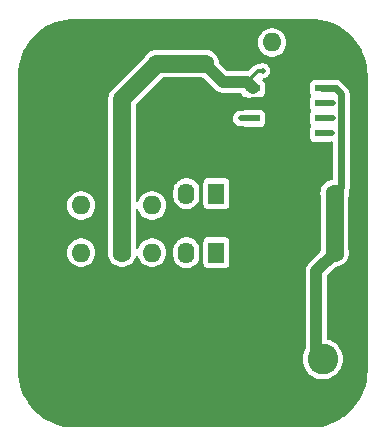
<source format=gbl>
G04 Layer: BottomLayer*
G04 EasyEDA Pro v2.2.27.1, 2024-09-15 10:59:50*
G04 Gerber Generator version 0.3*
G04 Scale: 100 percent, Rotated: No, Reflected: No*
G04 Dimensions in millimeters*
G04 Leading zeros omitted, absolute positions, 3 integers and 5 decimals*
%TF.GenerationSoftware,KiCad,Pcbnew,8.0.5*%
%TF.CreationDate,2024-10-25T22:44:06+08:00*%
%TF.ProjectId,TP4056_Lithium_battery_charging,54503430-3536-45f4-9c69-746869756d5f,rev?*%
%TF.SameCoordinates,Original*%
%TF.FileFunction,Copper,L2,Bot*%
%TF.FilePolarity,Positive*%
%FSLAX46Y46*%
G04 Gerber Fmt 4.6, Leading zero omitted, Abs format (unit mm)*
G04 Created by KiCad (PCBNEW 8.0.5) date 2024-10-25 22:44:06*
%MOMM*%
%LPD*%
G01*
G04 APERTURE LIST*
G04 Aperture macros list*
%AMRoundRect*
0 Rectangle with rounded corners*
0 $1 Rounding radius*
0 $2 $3 $4 $5 $6 $7 $8 $9 X,Y pos of 4 corners*
0 Add a 4 corners polygon primitive as box body*
4,1,4,$2,$3,$4,$5,$6,$7,$8,$9,$2,$3,0*
0 Add four circle primitives for the rounded corners*
1,1,$1+$1,$2,$3*
1,1,$1+$1,$4,$5*
1,1,$1+$1,$6,$7*
1,1,$1+$1,$8,$9*
0 Add four rect primitives between the rounded corners*
20,1,$1+$1,$2,$3,$4,$5,0*
20,1,$1+$1,$4,$5,$6,$7,0*
20,1,$1+$1,$6,$7,$8,$9,0*
20,1,$1+$1,$8,$9,$2,$3,0*%
G04 Aperture macros list end*
%TA.AperFunction,SMDPad,CuDef*%
%ADD10RoundRect,0.250000X0.250000X0.475000X-0.250000X0.475000X-0.250000X-0.475000X0.250000X-0.475000X0*%
%TD*%
%TA.AperFunction,SMDPad,CuDef*%
%ADD11RoundRect,0.250000X-0.475000X0.250000X-0.475000X-0.250000X0.475000X-0.250000X0.475000X0.250000X0*%
%TD*%
%TA.AperFunction,ComponentPad*%
%ADD12O,1.700000X1.100000*%
%TD*%
%TA.AperFunction,SMDPad,CuDef*%
%ADD13R,2.400000X3.300000*%
%TD*%
%TA.AperFunction,SMDPad,CuDef*%
%ADD14R,1.200000X0.600000*%
%TD*%
%TA.AperFunction,ComponentPad*%
%ADD15C,1.600000*%
%TD*%
%TA.AperFunction,ComponentPad*%
%ADD16O,1.600000X1.600000*%
%TD*%
%TA.AperFunction,ComponentPad*%
%ADD17R,2.600000X2.600000*%
%TD*%
%TA.AperFunction,ComponentPad*%
%ADD18C,2.600000*%
%TD*%
%TA.AperFunction,ComponentPad*%
%ADD19R,1.400000X1.800000*%
%TD*%
%TA.AperFunction,ComponentPad*%
%ADD20O,1.400000X1.800000*%
%TD*%
%TA.AperFunction,ComponentPad*%
%ADD21C,6.000000*%
%TD*%
%TA.AperFunction,ViaPad*%
%ADD22C,0.500000*%
%TD*%
%TA.AperFunction,Conductor*%
%ADD23C,0.300000*%
%TD*%
%TA.AperFunction,Conductor*%
%ADD24C,1.500000*%
%TD*%
%TA.AperFunction,Conductor*%
%ADD25C,0.500000*%
%TD*%
%TA.AperFunction,Conductor*%
%ADD26C,1.000000*%
%TD*%
%TA.AperFunction,Conductor*%
%ADD27C,2.000000*%
%TD*%
%TA.AperFunction,Conductor*%
%ADD28C,0.600000*%
%TD*%
G04 APERTURE END LIST*
D10*
%TO.P,C3,1*%
%TO.N,BAT*%
X125450000Y-122000000D03*
%TO.P,C3,2*%
%TO.N,GND*%
X123550000Y-122000000D03*
%TD*%
D11*
%TO.P,C6,1*%
%TO.N,VCC*%
X118000000Y-105550000D03*
%TO.P,C6,2*%
%TO.N,GND*%
X118000000Y-107450000D03*
%TD*%
D12*
%TO.P,USB1,S1,SHIELD*%
%TO.N,GND*%
X103200000Y-110320000D03*
X107000000Y-110320000D03*
X103200000Y-101680000D03*
X107000000Y-101680000D03*
%TD*%
D13*
%TO.P,U1,9,EP*%
%TO.N,GND*%
X123000000Y-108000000D03*
D14*
%TO.P,U1,8,CE*%
%TO.N,VCC*%
X125908500Y-109905000D03*
%TO.P,U1,7,CHRG#*%
%TO.N,Net-(LED1-K)*%
X125908500Y-108635000D03*
%TO.P,U1,6,STDBY#*%
%TO.N,Net-(LED2-K)*%
X125908500Y-107365000D03*
%TO.P,U1,5,BAT*%
%TO.N,BAT*%
X125908500Y-106095000D03*
%TO.P,U1,4,VCC*%
%TO.N,VCC*%
X120091500Y-106095000D03*
%TO.P,U1,3,GND*%
%TO.N,GND*%
X120091500Y-107365000D03*
%TO.P,U1,2,PROG*%
%TO.N,Net-(U1-PROG)*%
X120091500Y-108635000D03*
%TO.P,U1,1,TEMP*%
%TO.N,GND*%
X120091500Y-109905000D03*
%TD*%
D15*
%TO.P,R5,1*%
%TO.N,VCC*%
X109000000Y-116000000D03*
D16*
%TO.P,R5,2*%
%TO.N,Net-(LED2-A)*%
X111540000Y-116000000D03*
%TD*%
%TO.P,R4,2*%
%TO.N,Net-(USB1-CC1)*%
X105540000Y-120000000D03*
D15*
%TO.P,R4,1*%
%TO.N,GND*%
X103000000Y-120000000D03*
%TD*%
%TO.P,R3,1*%
%TO.N,GND*%
X103000000Y-116000000D03*
D16*
%TO.P,R3,2*%
%TO.N,Net-(USB1-CC2)*%
X105540000Y-116000000D03*
%TD*%
D15*
%TO.P,R2,1*%
%TO.N,VCC*%
X109000000Y-120000000D03*
D16*
%TO.P,R2,2*%
%TO.N,Net-(LED1-A)*%
X111540000Y-120000000D03*
%TD*%
D15*
%TO.P,R1,1*%
%TO.N,GND*%
X124245000Y-102200000D03*
D16*
%TO.P,R1,2*%
%TO.N,Net-(U1-PROG)*%
X121705000Y-102200000D03*
%TD*%
D17*
%TO.P,P1,1*%
%TO.N,GND*%
X121000000Y-129000000D03*
D18*
%TO.P,P1,2*%
%TO.N,BAT*%
X126000000Y-129000000D03*
%TD*%
D19*
%TO.P,LED2,1,K*%
%TO.N,Net-(LED2-K)*%
X117000000Y-115000000D03*
D20*
%TO.P,LED2,2,A*%
%TO.N,Net-(LED2-A)*%
X114460000Y-115000000D03*
%TD*%
D19*
%TO.P,LED1,1,K*%
%TO.N,Net-(LED1-K)*%
X117000000Y-120000000D03*
D20*
%TO.P,LED1,2,A*%
%TO.N,Net-(LED1-A)*%
X114460000Y-120000000D03*
%TD*%
D21*
%TO.P,H1,1,1*%
%TO.N,GND*%
X105000000Y-130000000D03*
%TD*%
D15*
%TO.P,C5,2*%
%TO.N,GND*%
X116000000Y-109000000D03*
%TO.P,C5,1*%
%TO.N,VCC*%
X116000000Y-104000000D03*
%TD*%
%TO.P,C4,2*%
%TO.N,GND*%
X112000000Y-109000000D03*
%TO.P,C4,1*%
%TO.N,VCC*%
X112000000Y-104000000D03*
%TD*%
%TO.P,C2,1*%
%TO.N,BAT*%
X127000000Y-120000000D03*
%TO.P,C2,2*%
%TO.N,GND*%
X122000000Y-120000000D03*
%TD*%
%TO.P,C1,1*%
%TO.N,BAT*%
X127000000Y-115000000D03*
%TO.P,C1,2*%
%TO.N,GND*%
X122000000Y-115000000D03*
%TD*%
D22*
%TO.N,VCC*%
X120900000Y-104600000D03*
%TO.N,Net-(U1-PROG)*%
X119035000Y-108635000D03*
%TO.N,VCC*%
X126800000Y-109900000D03*
%TO.N,Net-(LED1-K)*%
X126865000Y-108635000D03*
%TO.N,Net-(LED2-K)*%
X126900000Y-107365000D03*
%TD*%
D23*
%TO.N,VCC*%
X120496500Y-104600000D02*
X119546500Y-105550000D01*
X120900000Y-104600000D02*
X120496500Y-104600000D01*
D24*
X112000000Y-104000000D02*
X109000000Y-107000000D01*
X109000000Y-107000000D02*
X109000000Y-116000000D01*
%TO.N,GND*%
X103000000Y-128000000D02*
X105000000Y-130000000D01*
X103000000Y-120000000D02*
X103000000Y-128000000D01*
X103000000Y-110520000D02*
X103200000Y-110320000D01*
X103000000Y-116000000D02*
X103000000Y-110520000D01*
%TO.N,VCC*%
X109000000Y-120000000D02*
X109000000Y-116000000D01*
%TO.N,GND*%
X103000000Y-120000000D02*
X103000000Y-116000000D01*
D25*
%TO.N,Net-(U1-PROG)*%
X120091500Y-108635000D02*
X119035000Y-108635000D01*
%TO.N,VCC*%
X126800000Y-109900000D02*
X126795000Y-109905000D01*
X125908500Y-109905000D02*
X126800000Y-109900000D01*
D26*
%TO.N,BAT*%
X125450000Y-128450000D02*
X126000000Y-129000000D01*
X125450000Y-122000000D02*
X125450000Y-128450000D01*
%TO.N,GND*%
X123550000Y-126450000D02*
X121000000Y-129000000D01*
X123550000Y-122000000D02*
X123550000Y-126450000D01*
D27*
X123000000Y-114000000D02*
X122000000Y-115000000D01*
X123000000Y-108000000D02*
X123000000Y-114000000D01*
D24*
X122000000Y-120000000D02*
X122000000Y-115000000D01*
D26*
X123550000Y-121550000D02*
X122000000Y-120000000D01*
X123550000Y-122000000D02*
X123550000Y-121550000D01*
%TO.N,BAT*%
X125450000Y-121550000D02*
X127000000Y-120000000D01*
X125450000Y-122000000D02*
X125450000Y-121550000D01*
D24*
X127000000Y-115000000D02*
X127000000Y-120000000D01*
D28*
X127580000Y-114420000D02*
X127000000Y-115000000D01*
X127580000Y-106566500D02*
X127580000Y-114420000D01*
X127108500Y-106095000D02*
X127580000Y-106566500D01*
X125908500Y-106095000D02*
X127108500Y-106095000D01*
D25*
%TO.N,Net-(LED1-K)*%
X125908500Y-108635000D02*
X126865000Y-108635000D01*
%TO.N,Net-(LED2-K)*%
X125908500Y-107365000D02*
X126900000Y-107365000D01*
D26*
%TO.N,GND*%
X121095000Y-109905000D02*
X123000000Y-108000000D01*
X120091500Y-109905000D02*
X121095000Y-109905000D01*
X123000000Y-103445000D02*
X124245000Y-102200000D01*
X123000000Y-108000000D02*
X123000000Y-103445000D01*
X120091500Y-107365000D02*
X122365000Y-107365000D01*
X122365000Y-107365000D02*
X123000000Y-108000000D01*
X120006500Y-107450000D02*
X120091500Y-107365000D01*
X118000000Y-107450000D02*
X120006500Y-107450000D01*
%TO.N,VCC*%
X119546500Y-105550000D02*
X120091500Y-106095000D01*
X118000000Y-105550000D02*
X119546500Y-105550000D01*
X117550000Y-105550000D02*
X116000000Y-104000000D01*
X118000000Y-105550000D02*
X117550000Y-105550000D01*
%TO.N,GND*%
X117550000Y-107450000D02*
X116000000Y-109000000D01*
X118000000Y-107450000D02*
X117550000Y-107450000D01*
D24*
X112000000Y-109000000D02*
X116000000Y-109000000D01*
%TO.N,VCC*%
X112000000Y-104000000D02*
X116000000Y-104000000D01*
%TD*%
%TA.AperFunction,Conductor*%
%TO.N,GND*%
G36*
X125002702Y-100200617D02*
G01*
X125412917Y-100218528D01*
X125423654Y-100219468D01*
X125828057Y-100272708D01*
X125838695Y-100274583D01*
X126236925Y-100362869D01*
X126247365Y-100365667D01*
X126636363Y-100488317D01*
X126646524Y-100492015D01*
X127023363Y-100648108D01*
X127033155Y-100652674D01*
X127394965Y-100841020D01*
X127404305Y-100846413D01*
X127689636Y-101028189D01*
X127748309Y-101065568D01*
X127757170Y-101071772D01*
X128080766Y-101320076D01*
X128089053Y-101327030D01*
X128389767Y-101602583D01*
X128397416Y-101610232D01*
X128672969Y-101910946D01*
X128679923Y-101919233D01*
X128928227Y-102242829D01*
X128934431Y-102251690D01*
X129153578Y-102595680D01*
X129158983Y-102605042D01*
X129281881Y-102841126D01*
X129347322Y-102966838D01*
X129351894Y-102976642D01*
X129507983Y-103353473D01*
X129511683Y-103363639D01*
X129634331Y-103752630D01*
X129637131Y-103763078D01*
X129725414Y-104161296D01*
X129727292Y-104171950D01*
X129780529Y-104576326D01*
X129781472Y-104587102D01*
X129799382Y-104997297D01*
X129799500Y-105002706D01*
X129799500Y-129997293D01*
X129799382Y-130002702D01*
X129781472Y-130412897D01*
X129780529Y-130423673D01*
X129727292Y-130828049D01*
X129725414Y-130838703D01*
X129637131Y-131236921D01*
X129634331Y-131247369D01*
X129511683Y-131636360D01*
X129507983Y-131646526D01*
X129351894Y-132023357D01*
X129347322Y-132033161D01*
X129158987Y-132394951D01*
X129153578Y-132404319D01*
X128934431Y-132748309D01*
X128928227Y-132757170D01*
X128679923Y-133080766D01*
X128672969Y-133089053D01*
X128397416Y-133389767D01*
X128389767Y-133397416D01*
X128089053Y-133672969D01*
X128080766Y-133679923D01*
X127757170Y-133928227D01*
X127748309Y-133934431D01*
X127404319Y-134153578D01*
X127394951Y-134158987D01*
X127033161Y-134347322D01*
X127023357Y-134351894D01*
X126646526Y-134507983D01*
X126636360Y-134511683D01*
X126247369Y-134634331D01*
X126236921Y-134637131D01*
X125838703Y-134725414D01*
X125828049Y-134727292D01*
X125423673Y-134780529D01*
X125412897Y-134781472D01*
X125002703Y-134799382D01*
X124997294Y-134799500D01*
X105002706Y-134799500D01*
X104997297Y-134799382D01*
X104587102Y-134781472D01*
X104576326Y-134780529D01*
X104171950Y-134727292D01*
X104161296Y-134725414D01*
X103763078Y-134637131D01*
X103752630Y-134634331D01*
X103363639Y-134511683D01*
X103353473Y-134507983D01*
X102976642Y-134351894D01*
X102966838Y-134347322D01*
X102847126Y-134285004D01*
X102605042Y-134158983D01*
X102595686Y-134153582D01*
X102423685Y-134044004D01*
X102251690Y-133934431D01*
X102242829Y-133928227D01*
X101919233Y-133679923D01*
X101910946Y-133672969D01*
X101610232Y-133397416D01*
X101602583Y-133389767D01*
X101327030Y-133089053D01*
X101320076Y-133080766D01*
X101071772Y-132757170D01*
X101065568Y-132748309D01*
X101012070Y-132664334D01*
X100846413Y-132404305D01*
X100841020Y-132394965D01*
X100652674Y-132033155D01*
X100648105Y-132023357D01*
X100492016Y-131646526D01*
X100488316Y-131636360D01*
X100365668Y-131247369D01*
X100362868Y-131236921D01*
X100274585Y-130838703D01*
X100272707Y-130828049D01*
X100250914Y-130662511D01*
X100219468Y-130423654D01*
X100218528Y-130412917D01*
X100200618Y-130002702D01*
X100200500Y-129997293D01*
X100200500Y-128999995D01*
X124294732Y-128999995D01*
X124294732Y-129000004D01*
X124313777Y-129254154D01*
X124313778Y-129254157D01*
X124370492Y-129502637D01*
X124463607Y-129739888D01*
X124591041Y-129960612D01*
X124749950Y-130159877D01*
X124936783Y-130333232D01*
X125147366Y-130476805D01*
X125147371Y-130476807D01*
X125147372Y-130476808D01*
X125147373Y-130476809D01*
X125269328Y-130535538D01*
X125376992Y-130587387D01*
X125376993Y-130587387D01*
X125376996Y-130587389D01*
X125620542Y-130662513D01*
X125872565Y-130700500D01*
X126127435Y-130700500D01*
X126379458Y-130662513D01*
X126623004Y-130587389D01*
X126852634Y-130476805D01*
X127063217Y-130333232D01*
X127250050Y-130159877D01*
X127408959Y-129960612D01*
X127536393Y-129739888D01*
X127629508Y-129502637D01*
X127686222Y-129254157D01*
X127705268Y-129000000D01*
X127686222Y-128745843D01*
X127629508Y-128497363D01*
X127536393Y-128260112D01*
X127408959Y-128039388D01*
X127250050Y-127840123D01*
X127063217Y-127666768D01*
X126852634Y-127523195D01*
X126852630Y-127523193D01*
X126852627Y-127523191D01*
X126852626Y-127523190D01*
X126623006Y-127412612D01*
X126623008Y-127412612D01*
X126437950Y-127355529D01*
X126379691Y-127316958D01*
X126351533Y-127253014D01*
X126350500Y-127237038D01*
X126350500Y-121974362D01*
X126370185Y-121907323D01*
X126386819Y-121886681D01*
X127037437Y-121236062D01*
X127098758Y-121202579D01*
X127106582Y-121201370D01*
X127111236Y-121200500D01*
X127111243Y-121200500D01*
X127329940Y-121159618D01*
X127537401Y-121079247D01*
X127726562Y-120962124D01*
X127890981Y-120812236D01*
X128025058Y-120634689D01*
X128124229Y-120435528D01*
X128185115Y-120221536D01*
X128205643Y-120000000D01*
X128185115Y-119778464D01*
X128155234Y-119673442D01*
X128150500Y-119639508D01*
X128150500Y-115360490D01*
X128155234Y-115326555D01*
X128166600Y-115286611D01*
X128185115Y-115221536D01*
X128205643Y-115000000D01*
X128188758Y-114817781D01*
X128200404Y-114758252D01*
X128198444Y-114757440D01*
X128253578Y-114624332D01*
X128253580Y-114624328D01*
X128262389Y-114580040D01*
X128280500Y-114488996D01*
X128280500Y-106497506D01*
X128270572Y-106447599D01*
X128270572Y-106447598D01*
X128253580Y-106362172D01*
X128207324Y-106250499D01*
X128200777Y-106234692D01*
X128124112Y-106119954D01*
X127555045Y-105550887D01*
X127440307Y-105474222D01*
X127312832Y-105421421D01*
X127312822Y-105421418D01*
X127177496Y-105394500D01*
X127177494Y-105394500D01*
X127177493Y-105394500D01*
X125839507Y-105394500D01*
X125839504Y-105394500D01*
X125276982Y-105394500D01*
X125196019Y-105407323D01*
X125183196Y-105409354D01*
X125070158Y-105466950D01*
X125070157Y-105466951D01*
X125070152Y-105466954D01*
X124980454Y-105556652D01*
X124980451Y-105556657D01*
X124922852Y-105669698D01*
X124908000Y-105763475D01*
X124908000Y-106426517D01*
X124918792Y-106494657D01*
X124922854Y-106520304D01*
X124980450Y-106633342D01*
X124980452Y-106633344D01*
X124980454Y-106633347D01*
X124989426Y-106642319D01*
X125022911Y-106703642D01*
X125017927Y-106773334D01*
X124989426Y-106817681D01*
X124980454Y-106826652D01*
X124980451Y-106826657D01*
X124922852Y-106939698D01*
X124908000Y-107033475D01*
X124908000Y-107696517D01*
X124918792Y-107764657D01*
X124922854Y-107790304D01*
X124980450Y-107903342D01*
X124980452Y-107903344D01*
X124980454Y-107903347D01*
X124989426Y-107912319D01*
X125022911Y-107973642D01*
X125017927Y-108043334D01*
X124989426Y-108087681D01*
X124980454Y-108096652D01*
X124980451Y-108096657D01*
X124980450Y-108096658D01*
X124963602Y-108129724D01*
X124922852Y-108209698D01*
X124908000Y-108303475D01*
X124908000Y-108966517D01*
X124918792Y-109034657D01*
X124922854Y-109060304D01*
X124980450Y-109173342D01*
X124980452Y-109173344D01*
X124980454Y-109173347D01*
X124989426Y-109182319D01*
X125022911Y-109243642D01*
X125017927Y-109313334D01*
X124989426Y-109357681D01*
X124980454Y-109366652D01*
X124980451Y-109366657D01*
X124922852Y-109479698D01*
X124908000Y-109573475D01*
X124908000Y-110236517D01*
X124918792Y-110304657D01*
X124922854Y-110330304D01*
X124980450Y-110443342D01*
X124980452Y-110443344D01*
X124980454Y-110443347D01*
X125070152Y-110533045D01*
X125070154Y-110533046D01*
X125070158Y-110533050D01*
X125183194Y-110590645D01*
X125183198Y-110590647D01*
X125276975Y-110605499D01*
X125276981Y-110605500D01*
X126540018Y-110605499D01*
X126633804Y-110590646D01*
X126676258Y-110569013D01*
X126732553Y-110555499D01*
X126755500Y-110555499D01*
X126822539Y-110575184D01*
X126868294Y-110627988D01*
X126879500Y-110679499D01*
X126879500Y-113698261D01*
X126859815Y-113765300D01*
X126807011Y-113811055D01*
X126778287Y-113820149D01*
X126670068Y-113840380D01*
X126670064Y-113840381D01*
X126670062Y-113840381D01*
X126670060Y-113840382D01*
X126522899Y-113897392D01*
X126462601Y-113920752D01*
X126462595Y-113920754D01*
X126273439Y-114037874D01*
X126273437Y-114037876D01*
X126109020Y-114187761D01*
X125974943Y-114365308D01*
X125974938Y-114365316D01*
X125875775Y-114564461D01*
X125875769Y-114564476D01*
X125814885Y-114778462D01*
X125814884Y-114778464D01*
X125794357Y-114999999D01*
X125794357Y-115000000D01*
X125814884Y-115221535D01*
X125844766Y-115326555D01*
X125849500Y-115360490D01*
X125849500Y-119639508D01*
X125844766Y-119673442D01*
X125814885Y-119778461D01*
X125814885Y-119778464D01*
X125805417Y-119880632D01*
X125779630Y-119945569D01*
X125769627Y-119956871D01*
X124750537Y-120975961D01*
X124711064Y-121035039D01*
X124711063Y-121035040D01*
X124651985Y-121123455D01*
X124620073Y-121200500D01*
X124584105Y-121287333D01*
X124584103Y-121287341D01*
X124568768Y-121364435D01*
X124566228Y-121374836D01*
X124552403Y-121422424D01*
X124552401Y-121422436D01*
X124549500Y-121459298D01*
X124549500Y-128078113D01*
X124532888Y-128140112D01*
X124463606Y-128260114D01*
X124370492Y-128497362D01*
X124370490Y-128497369D01*
X124313777Y-128745845D01*
X124294732Y-128999995D01*
X100200500Y-128999995D01*
X100200500Y-119999999D01*
X104334357Y-119999999D01*
X104334357Y-120000000D01*
X104354884Y-120221535D01*
X104354885Y-120221537D01*
X104415769Y-120435523D01*
X104415775Y-120435538D01*
X104514938Y-120634683D01*
X104514943Y-120634691D01*
X104649020Y-120812238D01*
X104813437Y-120962123D01*
X104813439Y-120962125D01*
X105002595Y-121079245D01*
X105002596Y-121079245D01*
X105002599Y-121079247D01*
X105210060Y-121159618D01*
X105428757Y-121200500D01*
X105428759Y-121200500D01*
X105651241Y-121200500D01*
X105651243Y-121200500D01*
X105869940Y-121159618D01*
X106077401Y-121079247D01*
X106266562Y-120962124D01*
X106430981Y-120812236D01*
X106565058Y-120634689D01*
X106664229Y-120435528D01*
X106725115Y-120221536D01*
X106745643Y-120000000D01*
X106725115Y-119778464D01*
X106664229Y-119564472D01*
X106653190Y-119542302D01*
X106565061Y-119365316D01*
X106565056Y-119365308D01*
X106430979Y-119187761D01*
X106266562Y-119037876D01*
X106266560Y-119037874D01*
X106077404Y-118920754D01*
X106077398Y-118920752D01*
X105869940Y-118840382D01*
X105651243Y-118799500D01*
X105428757Y-118799500D01*
X105210060Y-118840382D01*
X105078864Y-118891207D01*
X105002601Y-118920752D01*
X105002595Y-118920754D01*
X104813439Y-119037874D01*
X104813437Y-119037876D01*
X104649020Y-119187761D01*
X104514943Y-119365308D01*
X104514938Y-119365316D01*
X104415775Y-119564461D01*
X104415769Y-119564476D01*
X104354885Y-119778462D01*
X104354884Y-119778464D01*
X104334357Y-119999999D01*
X100200500Y-119999999D01*
X100200500Y-115999999D01*
X104334357Y-115999999D01*
X104334357Y-116000000D01*
X104354884Y-116221535D01*
X104354885Y-116221537D01*
X104415769Y-116435523D01*
X104415775Y-116435538D01*
X104514938Y-116634683D01*
X104514943Y-116634691D01*
X104649020Y-116812238D01*
X104813437Y-116962123D01*
X104813439Y-116962125D01*
X105002595Y-117079245D01*
X105002596Y-117079245D01*
X105002599Y-117079247D01*
X105210060Y-117159618D01*
X105428757Y-117200500D01*
X105428759Y-117200500D01*
X105651241Y-117200500D01*
X105651243Y-117200500D01*
X105869940Y-117159618D01*
X106077401Y-117079247D01*
X106266562Y-116962124D01*
X106430981Y-116812236D01*
X106565058Y-116634689D01*
X106664229Y-116435528D01*
X106725115Y-116221536D01*
X106745643Y-116000000D01*
X106745643Y-115999999D01*
X107794357Y-115999999D01*
X107794357Y-116000000D01*
X107814884Y-116221535D01*
X107844766Y-116326555D01*
X107849500Y-116360490D01*
X107849500Y-119639508D01*
X107844766Y-119673442D01*
X107814885Y-119778462D01*
X107794357Y-119999999D01*
X107794357Y-120000000D01*
X107814884Y-120221535D01*
X107814885Y-120221537D01*
X107875769Y-120435523D01*
X107875775Y-120435538D01*
X107974938Y-120634683D01*
X107974943Y-120634691D01*
X108109020Y-120812238D01*
X108273437Y-120962123D01*
X108273439Y-120962125D01*
X108462595Y-121079245D01*
X108462596Y-121079245D01*
X108462599Y-121079247D01*
X108670060Y-121159618D01*
X108888757Y-121200500D01*
X108888759Y-121200500D01*
X109111241Y-121200500D01*
X109111243Y-121200500D01*
X109329940Y-121159618D01*
X109537401Y-121079247D01*
X109726562Y-120962124D01*
X109890981Y-120812236D01*
X110025058Y-120634689D01*
X110124229Y-120435528D01*
X110150734Y-120342371D01*
X110188013Y-120283278D01*
X110251323Y-120253721D01*
X110320562Y-120263083D01*
X110373749Y-120308393D01*
X110389266Y-120342372D01*
X110415769Y-120435523D01*
X110415775Y-120435538D01*
X110514938Y-120634683D01*
X110514943Y-120634691D01*
X110649020Y-120812238D01*
X110813437Y-120962123D01*
X110813439Y-120962125D01*
X111002595Y-121079245D01*
X111002596Y-121079245D01*
X111002599Y-121079247D01*
X111210060Y-121159618D01*
X111428757Y-121200500D01*
X111428759Y-121200500D01*
X111651241Y-121200500D01*
X111651243Y-121200500D01*
X111869940Y-121159618D01*
X112077401Y-121079247D01*
X112266562Y-120962124D01*
X112430981Y-120812236D01*
X112565058Y-120634689D01*
X112664229Y-120435528D01*
X112725115Y-120221536D01*
X112745643Y-120000000D01*
X112725115Y-119778464D01*
X112706600Y-119713389D01*
X113359500Y-119713389D01*
X113359500Y-120286610D01*
X113383087Y-120435538D01*
X113386598Y-120457701D01*
X113440127Y-120622445D01*
X113518768Y-120776788D01*
X113620586Y-120916928D01*
X113743072Y-121039414D01*
X113883212Y-121141232D01*
X114037555Y-121219873D01*
X114202299Y-121273402D01*
X114373389Y-121300500D01*
X114373390Y-121300500D01*
X114546610Y-121300500D01*
X114546611Y-121300500D01*
X114717701Y-121273402D01*
X114882445Y-121219873D01*
X115036788Y-121141232D01*
X115176928Y-121039414D01*
X115299414Y-120916928D01*
X115401232Y-120776788D01*
X115479873Y-120622445D01*
X115533402Y-120457701D01*
X115560500Y-120286611D01*
X115560500Y-119713389D01*
X115533402Y-119542299D01*
X115479873Y-119377555D01*
X115401232Y-119223212D01*
X115299414Y-119083072D01*
X115284817Y-119068475D01*
X115899500Y-119068475D01*
X115899500Y-120931517D01*
X115904348Y-120962124D01*
X115914354Y-121025304D01*
X115971950Y-121138342D01*
X115971952Y-121138344D01*
X115971954Y-121138347D01*
X116061652Y-121228045D01*
X116061654Y-121228046D01*
X116061658Y-121228050D01*
X116174694Y-121285645D01*
X116174698Y-121285647D01*
X116268475Y-121300499D01*
X116268481Y-121300500D01*
X117731518Y-121300499D01*
X117825304Y-121285646D01*
X117938342Y-121228050D01*
X118028050Y-121138342D01*
X118085646Y-121025304D01*
X118085646Y-121025302D01*
X118085647Y-121025301D01*
X118100499Y-120931524D01*
X118100500Y-120931519D01*
X118100499Y-119068482D01*
X118085646Y-118974696D01*
X118028050Y-118861658D01*
X118028046Y-118861654D01*
X118028045Y-118861652D01*
X117938347Y-118771954D01*
X117938344Y-118771952D01*
X117938342Y-118771950D01*
X117849332Y-118726597D01*
X117825301Y-118714352D01*
X117731524Y-118699500D01*
X116268482Y-118699500D01*
X116187519Y-118712323D01*
X116174696Y-118714354D01*
X116061658Y-118771950D01*
X116061657Y-118771951D01*
X116061652Y-118771954D01*
X115971954Y-118861652D01*
X115971951Y-118861657D01*
X115914352Y-118974698D01*
X115899500Y-119068475D01*
X115284817Y-119068475D01*
X115176928Y-118960586D01*
X115036788Y-118858768D01*
X114882445Y-118780127D01*
X114717701Y-118726598D01*
X114717699Y-118726597D01*
X114717698Y-118726597D01*
X114586271Y-118705781D01*
X114546611Y-118699500D01*
X114373389Y-118699500D01*
X114333728Y-118705781D01*
X114202302Y-118726597D01*
X114037552Y-118780128D01*
X113883211Y-118858768D01*
X113803256Y-118916859D01*
X113743072Y-118960586D01*
X113743070Y-118960588D01*
X113743069Y-118960588D01*
X113620588Y-119083069D01*
X113620588Y-119083070D01*
X113620586Y-119083072D01*
X113576859Y-119143256D01*
X113518768Y-119223211D01*
X113440128Y-119377552D01*
X113386597Y-119542302D01*
X113359500Y-119713389D01*
X112706600Y-119713389D01*
X112664229Y-119564472D01*
X112653190Y-119542302D01*
X112565061Y-119365316D01*
X112565056Y-119365308D01*
X112430979Y-119187761D01*
X112266562Y-119037876D01*
X112266560Y-119037874D01*
X112077404Y-118920754D01*
X112077398Y-118920752D01*
X111869940Y-118840382D01*
X111651243Y-118799500D01*
X111428757Y-118799500D01*
X111210060Y-118840382D01*
X111078864Y-118891207D01*
X111002601Y-118920752D01*
X111002595Y-118920754D01*
X110813439Y-119037874D01*
X110813437Y-119037876D01*
X110649020Y-119187761D01*
X110514943Y-119365308D01*
X110514938Y-119365316D01*
X110415775Y-119564461D01*
X110415770Y-119564474D01*
X110403421Y-119607877D01*
X110394422Y-119639508D01*
X110393766Y-119641812D01*
X110356487Y-119700905D01*
X110293177Y-119730462D01*
X110223937Y-119721100D01*
X110170751Y-119675790D01*
X110150504Y-119608918D01*
X110150500Y-119607877D01*
X110150500Y-116392122D01*
X110170185Y-116325083D01*
X110222989Y-116279328D01*
X110292147Y-116269384D01*
X110355703Y-116298409D01*
X110393477Y-116357187D01*
X110393766Y-116358188D01*
X110415769Y-116435523D01*
X110415775Y-116435538D01*
X110514938Y-116634683D01*
X110514943Y-116634691D01*
X110649020Y-116812238D01*
X110813437Y-116962123D01*
X110813439Y-116962125D01*
X111002595Y-117079245D01*
X111002596Y-117079245D01*
X111002599Y-117079247D01*
X111210060Y-117159618D01*
X111428757Y-117200500D01*
X111428759Y-117200500D01*
X111651241Y-117200500D01*
X111651243Y-117200500D01*
X111869940Y-117159618D01*
X112077401Y-117079247D01*
X112266562Y-116962124D01*
X112430981Y-116812236D01*
X112565058Y-116634689D01*
X112664229Y-116435528D01*
X112725115Y-116221536D01*
X112745643Y-116000000D01*
X112737945Y-115916929D01*
X112725115Y-115778464D01*
X112725114Y-115778462D01*
X112708793Y-115721100D01*
X112664229Y-115564472D01*
X112664224Y-115564461D01*
X112565061Y-115365316D01*
X112565056Y-115365308D01*
X112430979Y-115187761D01*
X112266562Y-115037876D01*
X112266560Y-115037874D01*
X112077404Y-114920754D01*
X112077398Y-114920752D01*
X111869940Y-114840382D01*
X111651243Y-114799500D01*
X111428757Y-114799500D01*
X111210060Y-114840382D01*
X111078864Y-114891207D01*
X111002601Y-114920752D01*
X111002595Y-114920754D01*
X110813439Y-115037874D01*
X110813437Y-115037876D01*
X110649020Y-115187761D01*
X110514943Y-115365308D01*
X110514938Y-115365316D01*
X110415775Y-115564461D01*
X110415770Y-115564474D01*
X110403421Y-115607877D01*
X110394422Y-115639508D01*
X110393766Y-115641812D01*
X110356487Y-115700905D01*
X110293177Y-115730462D01*
X110223937Y-115721100D01*
X110170751Y-115675790D01*
X110150504Y-115608918D01*
X110150500Y-115607877D01*
X110150500Y-114713389D01*
X113359500Y-114713389D01*
X113359500Y-115286611D01*
X113386598Y-115457701D01*
X113440127Y-115622445D01*
X113518768Y-115776788D01*
X113620586Y-115916928D01*
X113743072Y-116039414D01*
X113883212Y-116141232D01*
X114037555Y-116219873D01*
X114202299Y-116273402D01*
X114373389Y-116300500D01*
X114373390Y-116300500D01*
X114546610Y-116300500D01*
X114546611Y-116300500D01*
X114717701Y-116273402D01*
X114882445Y-116219873D01*
X115036788Y-116141232D01*
X115176928Y-116039414D01*
X115299414Y-115916928D01*
X115401232Y-115776788D01*
X115479873Y-115622445D01*
X115533402Y-115457701D01*
X115560500Y-115286611D01*
X115560500Y-114713389D01*
X115533402Y-114542299D01*
X115479873Y-114377555D01*
X115401232Y-114223212D01*
X115299414Y-114083072D01*
X115284817Y-114068475D01*
X115899500Y-114068475D01*
X115899500Y-115931517D01*
X115910292Y-115999657D01*
X115914354Y-116025304D01*
X115971950Y-116138342D01*
X115971952Y-116138344D01*
X115971954Y-116138347D01*
X116061652Y-116228045D01*
X116061654Y-116228046D01*
X116061658Y-116228050D01*
X116174694Y-116285645D01*
X116174698Y-116285647D01*
X116268475Y-116300499D01*
X116268481Y-116300500D01*
X117731518Y-116300499D01*
X117825304Y-116285646D01*
X117938342Y-116228050D01*
X118028050Y-116138342D01*
X118085646Y-116025304D01*
X118085646Y-116025302D01*
X118085647Y-116025301D01*
X118100499Y-115931524D01*
X118100500Y-115931519D01*
X118100499Y-114068482D01*
X118085646Y-113974696D01*
X118028050Y-113861658D01*
X118028046Y-113861654D01*
X118028045Y-113861652D01*
X117938347Y-113771954D01*
X117938344Y-113771952D01*
X117938342Y-113771950D01*
X117849332Y-113726597D01*
X117825301Y-113714352D01*
X117731524Y-113699500D01*
X116268482Y-113699500D01*
X116187519Y-113712323D01*
X116174696Y-113714354D01*
X116061658Y-113771950D01*
X116061657Y-113771951D01*
X116061652Y-113771954D01*
X115971954Y-113861652D01*
X115971951Y-113861657D01*
X115914352Y-113974698D01*
X115899500Y-114068475D01*
X115284817Y-114068475D01*
X115176928Y-113960586D01*
X115036788Y-113858768D01*
X114882445Y-113780127D01*
X114717701Y-113726598D01*
X114717699Y-113726597D01*
X114717698Y-113726597D01*
X114586271Y-113705781D01*
X114546611Y-113699500D01*
X114373389Y-113699500D01*
X114333728Y-113705781D01*
X114202302Y-113726597D01*
X114037552Y-113780128D01*
X113883211Y-113858768D01*
X113803256Y-113916859D01*
X113743072Y-113960586D01*
X113743070Y-113960588D01*
X113743069Y-113960588D01*
X113620588Y-114083069D01*
X113620588Y-114083070D01*
X113620586Y-114083072D01*
X113576859Y-114143256D01*
X113518768Y-114223211D01*
X113440128Y-114377552D01*
X113386597Y-114542302D01*
X113373607Y-114624322D01*
X113359500Y-114713389D01*
X110150500Y-114713389D01*
X110150500Y-108634999D01*
X118379722Y-108634999D01*
X118383596Y-108666904D01*
X118384500Y-108681851D01*
X118384500Y-108699071D01*
X118391289Y-108733207D01*
X118392767Y-108742445D01*
X118398763Y-108791819D01*
X118403906Y-108805381D01*
X118408847Y-108822594D01*
X118409498Y-108824741D01*
X118429525Y-108873092D01*
X118430905Y-108876571D01*
X118454780Y-108939522D01*
X118454780Y-108939523D01*
X118496363Y-108999766D01*
X118497415Y-109001315D01*
X118529722Y-109049666D01*
X118533278Y-109053999D01*
X118539470Y-109062218D01*
X118544518Y-109069532D01*
X118586142Y-109106407D01*
X118591581Y-109111526D01*
X118620330Y-109140275D01*
X118629760Y-109146576D01*
X118643095Y-109156862D01*
X118655219Y-109167602D01*
X118662760Y-109174283D01*
X118696435Y-109191957D01*
X118707669Y-109198633D01*
X118726873Y-109211465D01*
X118753621Y-109222544D01*
X118763776Y-109227300D01*
X118802635Y-109247696D01*
X118816344Y-109251075D01*
X118822434Y-109252576D01*
X118840213Y-109258412D01*
X118845254Y-109260500D01*
X118845256Y-109260501D01*
X118890912Y-109269583D01*
X118896320Y-109270787D01*
X118956015Y-109285500D01*
X118970931Y-109285500D01*
X119267448Y-109285500D01*
X119323742Y-109299015D01*
X119366198Y-109320647D01*
X119459975Y-109335499D01*
X119459981Y-109335500D01*
X120723018Y-109335499D01*
X120816804Y-109320646D01*
X120929842Y-109263050D01*
X121019550Y-109173342D01*
X121077146Y-109060304D01*
X121077146Y-109060302D01*
X121077147Y-109060301D01*
X121091999Y-108966524D01*
X121092000Y-108966519D01*
X121091999Y-108303482D01*
X121077146Y-108209696D01*
X121019550Y-108096658D01*
X121019546Y-108096654D01*
X121019545Y-108096652D01*
X120929847Y-108006954D01*
X120929844Y-108006952D01*
X120929842Y-108006950D01*
X120853017Y-107967805D01*
X120816801Y-107949352D01*
X120723024Y-107934500D01*
X119459982Y-107934500D01*
X119366194Y-107949354D01*
X119323743Y-107970985D01*
X119267448Y-107984500D01*
X119113985Y-107984500D01*
X118956015Y-107984500D01*
X118896354Y-107999203D01*
X118890890Y-108000419D01*
X118845259Y-108009497D01*
X118845253Y-108009499D01*
X118840194Y-108011594D01*
X118822444Y-108017420D01*
X118802637Y-108022303D01*
X118802634Y-108022304D01*
X118763776Y-108042698D01*
X118753608Y-108047460D01*
X118726872Y-108058534D01*
X118707677Y-108071360D01*
X118696418Y-108078051D01*
X118662761Y-108095716D01*
X118662754Y-108095721D01*
X118643094Y-108113138D01*
X118629768Y-108123418D01*
X118620332Y-108129723D01*
X118620324Y-108129729D01*
X118591583Y-108158469D01*
X118586135Y-108163598D01*
X118544517Y-108200469D01*
X118539465Y-108207788D01*
X118533284Y-108215991D01*
X118529730Y-108220322D01*
X118497424Y-108268670D01*
X118496374Y-108270216D01*
X118454778Y-108330478D01*
X118430911Y-108393410D01*
X118429533Y-108396886D01*
X118409497Y-108445261D01*
X118408843Y-108447416D01*
X118403908Y-108464613D01*
X118398763Y-108478179D01*
X118398762Y-108478183D01*
X118392767Y-108527555D01*
X118391289Y-108536793D01*
X118384500Y-108570928D01*
X118384500Y-108588148D01*
X118383596Y-108603094D01*
X118379722Y-108634999D01*
X110150500Y-108634999D01*
X110150500Y-107527914D01*
X110170185Y-107460875D01*
X110186819Y-107440233D01*
X112440233Y-105186819D01*
X112501556Y-105153334D01*
X112527914Y-105150500D01*
X115623345Y-105150500D01*
X115664503Y-105158194D01*
X115664545Y-105158049D01*
X115666110Y-105158494D01*
X115668138Y-105158873D01*
X115670060Y-105159618D01*
X115888757Y-105200500D01*
X115888759Y-105200500D01*
X115894392Y-105201553D01*
X115894056Y-105203349D01*
X115951245Y-105226047D01*
X115962564Y-105236064D01*
X116975966Y-106249466D01*
X117035036Y-106288933D01*
X117035039Y-106288936D01*
X117123450Y-106348011D01*
X117123453Y-106348013D01*
X117205393Y-106381953D01*
X117287334Y-106415895D01*
X117364453Y-106431234D01*
X117374845Y-106433772D01*
X117422431Y-106447598D01*
X117459306Y-106450500D01*
X117461308Y-106450500D01*
X117461309Y-106450500D01*
X117911309Y-106450500D01*
X118994300Y-106450500D01*
X119061339Y-106470185D01*
X119104785Y-106518205D01*
X119105853Y-106520302D01*
X119105854Y-106520304D01*
X119163450Y-106633342D01*
X119163452Y-106633344D01*
X119163454Y-106633347D01*
X119253152Y-106723045D01*
X119253154Y-106723046D01*
X119253158Y-106723050D01*
X119366194Y-106780645D01*
X119366198Y-106780647D01*
X119459975Y-106795499D01*
X119459981Y-106795500D01*
X119481397Y-106795499D01*
X119548435Y-106815181D01*
X119550288Y-106816395D01*
X119664953Y-106893012D01*
X119828834Y-106960894D01*
X119828838Y-106960894D01*
X119828839Y-106960895D01*
X120002805Y-106995500D01*
X120002808Y-106995500D01*
X120180193Y-106995500D01*
X120180194Y-106995499D01*
X120354166Y-106960894D01*
X120518046Y-106893012D01*
X120632708Y-106816396D01*
X120699386Y-106795519D01*
X120701599Y-106795499D01*
X120723017Y-106795499D01*
X120723018Y-106795499D01*
X120816804Y-106780646D01*
X120929842Y-106723050D01*
X121019550Y-106633342D01*
X121077146Y-106520304D01*
X121077146Y-106520302D01*
X121077147Y-106520301D01*
X121091088Y-106432278D01*
X121092000Y-106426519D01*
X121091999Y-105763482D01*
X121077146Y-105669696D01*
X121019550Y-105556658D01*
X121019546Y-105556654D01*
X121019545Y-105556652D01*
X120922942Y-105460049D01*
X120925296Y-105457694D01*
X120893067Y-105415909D01*
X120887080Y-105346297D01*
X120919679Y-105284498D01*
X120978939Y-105250511D01*
X120978984Y-105250500D01*
X120978985Y-105250500D01*
X121132365Y-105212696D01*
X121272240Y-105139283D01*
X121390483Y-105034530D01*
X121480220Y-104904523D01*
X121536237Y-104756818D01*
X121555278Y-104600000D01*
X121552404Y-104576326D01*
X121536237Y-104443181D01*
X121503244Y-104356187D01*
X121480220Y-104295477D01*
X121390483Y-104165470D01*
X121272240Y-104060717D01*
X121272238Y-104060716D01*
X121272237Y-104060715D01*
X121132365Y-103987303D01*
X120978986Y-103949500D01*
X120978985Y-103949500D01*
X120821015Y-103949500D01*
X120821014Y-103949500D01*
X120667636Y-103987303D01*
X120621763Y-104011379D01*
X120576194Y-104035296D01*
X120518569Y-104049500D01*
X120424025Y-104049500D01*
X120319017Y-104077637D01*
X120284014Y-104087016D01*
X120158486Y-104159489D01*
X120158483Y-104159491D01*
X119704793Y-104613181D01*
X119643470Y-104646666D01*
X119617112Y-104649500D01*
X117974362Y-104649500D01*
X117907323Y-104629815D01*
X117886681Y-104613181D01*
X117230372Y-103956872D01*
X117196887Y-103895549D01*
X117194582Y-103880632D01*
X117185115Y-103778464D01*
X117185114Y-103778462D01*
X117177764Y-103752630D01*
X117124229Y-103564472D01*
X117124224Y-103564461D01*
X117025061Y-103365316D01*
X117025056Y-103365308D01*
X116890979Y-103187761D01*
X116726562Y-103037876D01*
X116726560Y-103037874D01*
X116537404Y-102920754D01*
X116537398Y-102920752D01*
X116329940Y-102840382D01*
X116111243Y-102799500D01*
X115888757Y-102799500D01*
X115742959Y-102826754D01*
X115670059Y-102840382D01*
X115669280Y-102840684D01*
X115668138Y-102841126D01*
X115666110Y-102841505D01*
X115664545Y-102841951D01*
X115664503Y-102841805D01*
X115623345Y-102849500D01*
X112376655Y-102849500D01*
X112335496Y-102841805D01*
X112335455Y-102841951D01*
X112333889Y-102841505D01*
X112331861Y-102841126D01*
X112329940Y-102840382D01*
X112111243Y-102799500D01*
X111888757Y-102799500D01*
X111670060Y-102840382D01*
X111538864Y-102891207D01*
X111462601Y-102920752D01*
X111462595Y-102920754D01*
X111273439Y-103037874D01*
X111273437Y-103037876D01*
X111109020Y-103187761D01*
X110974943Y-103365309D01*
X110951527Y-103412331D01*
X110928210Y-103444736D01*
X108122447Y-106250498D01*
X108094523Y-106288933D01*
X108044586Y-106357666D01*
X108030295Y-106377336D01*
X108016004Y-106397005D01*
X107933788Y-106558360D01*
X107933787Y-106558363D01*
X107877829Y-106730589D01*
X107849499Y-106909455D01*
X107849499Y-107095656D01*
X107849500Y-107095681D01*
X107849500Y-115639508D01*
X107844766Y-115673442D01*
X107814885Y-115778462D01*
X107794357Y-115999999D01*
X106745643Y-115999999D01*
X106737945Y-115916929D01*
X106725115Y-115778464D01*
X106725114Y-115778462D01*
X106708793Y-115721100D01*
X106664229Y-115564472D01*
X106664224Y-115564461D01*
X106565061Y-115365316D01*
X106565056Y-115365308D01*
X106430979Y-115187761D01*
X106266562Y-115037876D01*
X106266560Y-115037874D01*
X106077404Y-114920754D01*
X106077398Y-114920752D01*
X105869940Y-114840382D01*
X105651243Y-114799500D01*
X105428757Y-114799500D01*
X105210060Y-114840382D01*
X105078864Y-114891207D01*
X105002601Y-114920752D01*
X105002595Y-114920754D01*
X104813439Y-115037874D01*
X104813437Y-115037876D01*
X104649020Y-115187761D01*
X104514943Y-115365308D01*
X104514938Y-115365316D01*
X104415775Y-115564461D01*
X104415769Y-115564476D01*
X104354885Y-115778462D01*
X104354884Y-115778464D01*
X104334357Y-115999999D01*
X100200500Y-115999999D01*
X100200500Y-105002706D01*
X100200618Y-104997297D01*
X100202241Y-104960118D01*
X100218528Y-104587080D01*
X100219468Y-104576347D01*
X100272709Y-104171938D01*
X100274582Y-104161308D01*
X100362870Y-103763068D01*
X100365668Y-103752630D01*
X100424994Y-103564472D01*
X100488319Y-103363629D01*
X100492016Y-103353473D01*
X100522762Y-103279247D01*
X100648111Y-102976627D01*
X100652669Y-102966853D01*
X100841025Y-102605024D01*
X100846407Y-102595703D01*
X101065574Y-102251680D01*
X101071765Y-102242837D01*
X101104636Y-102199999D01*
X120499357Y-102199999D01*
X120499357Y-102200000D01*
X120519884Y-102421535D01*
X120519885Y-102421537D01*
X120580769Y-102635523D01*
X120580775Y-102635538D01*
X120679938Y-102834683D01*
X120679943Y-102834691D01*
X120814020Y-103012238D01*
X120978437Y-103162123D01*
X120978439Y-103162125D01*
X121167595Y-103279245D01*
X121167596Y-103279245D01*
X121167599Y-103279247D01*
X121375060Y-103359618D01*
X121593757Y-103400500D01*
X121593759Y-103400500D01*
X121816241Y-103400500D01*
X121816243Y-103400500D01*
X122034940Y-103359618D01*
X122242401Y-103279247D01*
X122431562Y-103162124D01*
X122595981Y-103012236D01*
X122730058Y-102834689D01*
X122829229Y-102635528D01*
X122890115Y-102421536D01*
X122910643Y-102200000D01*
X122890115Y-101978464D01*
X122829229Y-101764472D01*
X122765281Y-101636047D01*
X122730061Y-101565316D01*
X122730056Y-101565308D01*
X122595979Y-101387761D01*
X122431562Y-101237876D01*
X122431560Y-101237874D01*
X122242404Y-101120754D01*
X122242398Y-101120752D01*
X122034940Y-101040382D01*
X121816243Y-100999500D01*
X121593757Y-100999500D01*
X121375060Y-101040382D01*
X121243864Y-101091207D01*
X121167601Y-101120752D01*
X121167595Y-101120754D01*
X120978439Y-101237874D01*
X120978437Y-101237876D01*
X120814020Y-101387761D01*
X120679943Y-101565308D01*
X120679938Y-101565316D01*
X120580775Y-101764461D01*
X120580769Y-101764476D01*
X120519885Y-101978462D01*
X120519884Y-101978464D01*
X120499357Y-102199999D01*
X101104636Y-102199999D01*
X101320083Y-101919224D01*
X101327021Y-101910955D01*
X101602594Y-101610220D01*
X101610220Y-101602594D01*
X101910955Y-101327021D01*
X101919224Y-101320083D01*
X102242837Y-101071765D01*
X102251680Y-101065574D01*
X102595703Y-100846407D01*
X102605024Y-100841025D01*
X102966853Y-100652669D01*
X102976627Y-100648111D01*
X103353482Y-100492012D01*
X103363629Y-100488319D01*
X103752639Y-100365665D01*
X103763068Y-100362870D01*
X104161308Y-100274582D01*
X104171938Y-100272709D01*
X104576347Y-100219468D01*
X104587080Y-100218528D01*
X104997297Y-100200617D01*
X105002706Y-100200500D01*
X105039882Y-100200500D01*
X124960118Y-100200500D01*
X124997294Y-100200500D01*
X125002702Y-100200617D01*
G37*
%TD.AperFunction*%
%TD*%
M02*

</source>
